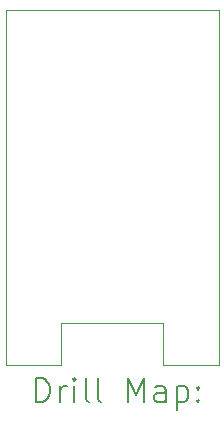
<source format=gbr>
%TF.GenerationSoftware,KiCad,Pcbnew,7.0.9*%
%TF.CreationDate,2023-12-16T11:51:22+08:00*%
%TF.ProjectId,iPico,69506963-6f2e-46b6-9963-61645f706362,rev?*%
%TF.SameCoordinates,Original*%
%TF.FileFunction,Drillmap*%
%TF.FilePolarity,Positive*%
%FSLAX45Y45*%
G04 Gerber Fmt 4.5, Leading zero omitted, Abs format (unit mm)*
G04 Created by KiCad (PCBNEW 7.0.9) date 2023-12-16 11:51:22*
%MOMM*%
%LPD*%
G01*
G04 APERTURE LIST*
%ADD10C,0.100000*%
%ADD11C,0.200000*%
G04 APERTURE END LIST*
D10*
X10430000Y-11151000D02*
X10430000Y-11501000D01*
X9100000Y-11501000D02*
X9100000Y-8501000D01*
X9100000Y-8501000D02*
X10900000Y-8501000D01*
X10900000Y-11501000D02*
X10430000Y-11501000D01*
X9100000Y-11501000D02*
X9570000Y-11501000D01*
X10900000Y-8501000D02*
X10900000Y-11501000D01*
X9570000Y-11151000D02*
X10430000Y-11151000D01*
X9570000Y-11501000D02*
X9570000Y-11151000D01*
D11*
X9355777Y-11817484D02*
X9355777Y-11617484D01*
X9355777Y-11617484D02*
X9403396Y-11617484D01*
X9403396Y-11617484D02*
X9431967Y-11627008D01*
X9431967Y-11627008D02*
X9451015Y-11646055D01*
X9451015Y-11646055D02*
X9460539Y-11665103D01*
X9460539Y-11665103D02*
X9470063Y-11703198D01*
X9470063Y-11703198D02*
X9470063Y-11731769D01*
X9470063Y-11731769D02*
X9460539Y-11769865D01*
X9460539Y-11769865D02*
X9451015Y-11788912D01*
X9451015Y-11788912D02*
X9431967Y-11807960D01*
X9431967Y-11807960D02*
X9403396Y-11817484D01*
X9403396Y-11817484D02*
X9355777Y-11817484D01*
X9555777Y-11817484D02*
X9555777Y-11684150D01*
X9555777Y-11722246D02*
X9565301Y-11703198D01*
X9565301Y-11703198D02*
X9574824Y-11693674D01*
X9574824Y-11693674D02*
X9593872Y-11684150D01*
X9593872Y-11684150D02*
X9612920Y-11684150D01*
X9679586Y-11817484D02*
X9679586Y-11684150D01*
X9679586Y-11617484D02*
X9670063Y-11627008D01*
X9670063Y-11627008D02*
X9679586Y-11636531D01*
X9679586Y-11636531D02*
X9689110Y-11627008D01*
X9689110Y-11627008D02*
X9679586Y-11617484D01*
X9679586Y-11617484D02*
X9679586Y-11636531D01*
X9803396Y-11817484D02*
X9784348Y-11807960D01*
X9784348Y-11807960D02*
X9774824Y-11788912D01*
X9774824Y-11788912D02*
X9774824Y-11617484D01*
X9908158Y-11817484D02*
X9889110Y-11807960D01*
X9889110Y-11807960D02*
X9879586Y-11788912D01*
X9879586Y-11788912D02*
X9879586Y-11617484D01*
X10136729Y-11817484D02*
X10136729Y-11617484D01*
X10136729Y-11617484D02*
X10203396Y-11760341D01*
X10203396Y-11760341D02*
X10270063Y-11617484D01*
X10270063Y-11617484D02*
X10270063Y-11817484D01*
X10451015Y-11817484D02*
X10451015Y-11712722D01*
X10451015Y-11712722D02*
X10441491Y-11693674D01*
X10441491Y-11693674D02*
X10422444Y-11684150D01*
X10422444Y-11684150D02*
X10384348Y-11684150D01*
X10384348Y-11684150D02*
X10365301Y-11693674D01*
X10451015Y-11807960D02*
X10431967Y-11817484D01*
X10431967Y-11817484D02*
X10384348Y-11817484D01*
X10384348Y-11817484D02*
X10365301Y-11807960D01*
X10365301Y-11807960D02*
X10355777Y-11788912D01*
X10355777Y-11788912D02*
X10355777Y-11769865D01*
X10355777Y-11769865D02*
X10365301Y-11750817D01*
X10365301Y-11750817D02*
X10384348Y-11741293D01*
X10384348Y-11741293D02*
X10431967Y-11741293D01*
X10431967Y-11741293D02*
X10451015Y-11731769D01*
X10546253Y-11684150D02*
X10546253Y-11884150D01*
X10546253Y-11693674D02*
X10565301Y-11684150D01*
X10565301Y-11684150D02*
X10603396Y-11684150D01*
X10603396Y-11684150D02*
X10622444Y-11693674D01*
X10622444Y-11693674D02*
X10631967Y-11703198D01*
X10631967Y-11703198D02*
X10641491Y-11722246D01*
X10641491Y-11722246D02*
X10641491Y-11779388D01*
X10641491Y-11779388D02*
X10631967Y-11798436D01*
X10631967Y-11798436D02*
X10622444Y-11807960D01*
X10622444Y-11807960D02*
X10603396Y-11817484D01*
X10603396Y-11817484D02*
X10565301Y-11817484D01*
X10565301Y-11817484D02*
X10546253Y-11807960D01*
X10727205Y-11798436D02*
X10736729Y-11807960D01*
X10736729Y-11807960D02*
X10727205Y-11817484D01*
X10727205Y-11817484D02*
X10717682Y-11807960D01*
X10717682Y-11807960D02*
X10727205Y-11798436D01*
X10727205Y-11798436D02*
X10727205Y-11817484D01*
X10727205Y-11693674D02*
X10736729Y-11703198D01*
X10736729Y-11703198D02*
X10727205Y-11712722D01*
X10727205Y-11712722D02*
X10717682Y-11703198D01*
X10717682Y-11703198D02*
X10727205Y-11693674D01*
X10727205Y-11693674D02*
X10727205Y-11712722D01*
M02*

</source>
